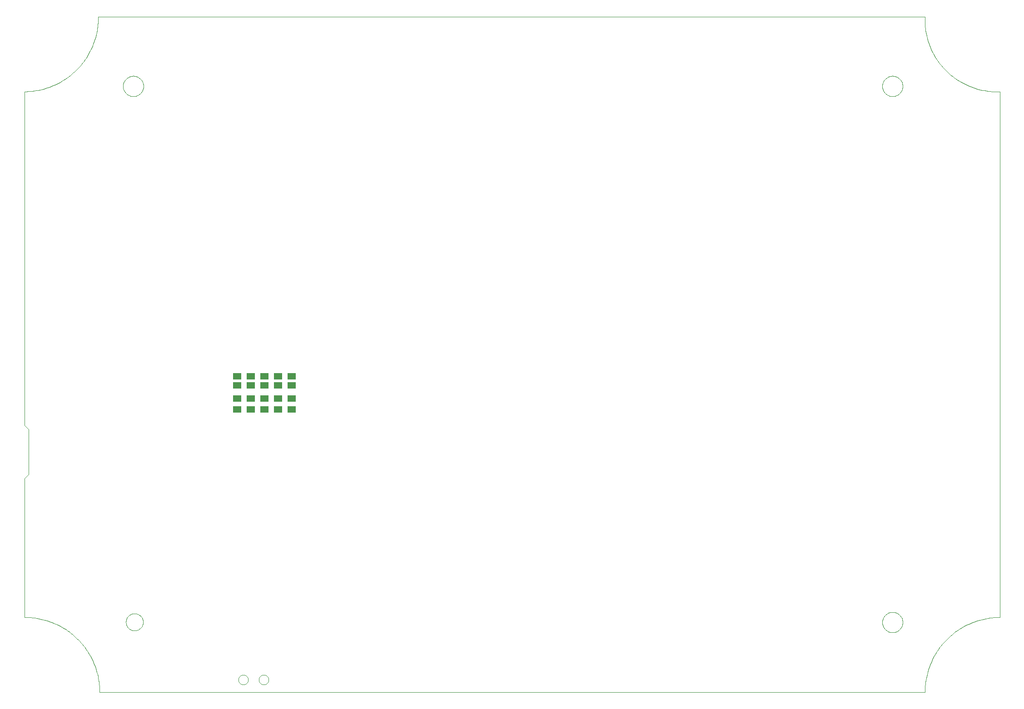
<source format=gbp>
G75*
%MOIN*%
%OFA0B0*%
%FSLAX24Y24*%
%IPPOS*%
%LPD*%
%AMOC8*
5,1,8,0,0,1.08239X$1,22.5*
%
%ADD10C,0.0000*%
%ADD11R,0.0591X0.0512*%
%ADD12R,0.0630X0.0512*%
D10*
X007949Y012893D02*
X007947Y013039D01*
X007941Y013186D01*
X007931Y013332D01*
X007918Y013478D01*
X007900Y013623D01*
X007879Y013768D01*
X007854Y013912D01*
X007825Y014056D01*
X007792Y014198D01*
X007755Y014340D01*
X007715Y014481D01*
X007671Y014620D01*
X007623Y014759D01*
X007571Y014896D01*
X007516Y015032D01*
X007457Y015166D01*
X007395Y015298D01*
X007329Y015429D01*
X007260Y015558D01*
X007188Y015685D01*
X007112Y015810D01*
X007032Y015933D01*
X006950Y016054D01*
X006864Y016173D01*
X006775Y016289D01*
X006683Y016403D01*
X006588Y016515D01*
X006490Y016624D01*
X006390Y016730D01*
X006286Y016834D01*
X006180Y016934D01*
X006071Y017032D01*
X005959Y017127D01*
X005845Y017219D01*
X005729Y017308D01*
X005610Y017394D01*
X005489Y017476D01*
X005366Y017556D01*
X005241Y017632D01*
X005114Y017704D01*
X004985Y017773D01*
X004854Y017839D01*
X004722Y017901D01*
X004588Y017960D01*
X004452Y018015D01*
X004315Y018067D01*
X004176Y018115D01*
X004037Y018159D01*
X003896Y018199D01*
X003754Y018236D01*
X003612Y018269D01*
X003468Y018298D01*
X003324Y018323D01*
X003179Y018344D01*
X003034Y018362D01*
X002888Y018375D01*
X002742Y018385D01*
X002595Y018391D01*
X002449Y018393D01*
X002449Y028593D01*
X002749Y028893D01*
X002749Y032193D01*
X002449Y032493D01*
X002428Y056993D01*
X002428Y056994D02*
X002573Y056997D01*
X002718Y057004D01*
X002863Y057015D01*
X003008Y057029D01*
X003152Y057048D01*
X003296Y057070D01*
X003439Y057096D01*
X003581Y057126D01*
X003722Y057160D01*
X003863Y057197D01*
X004002Y057238D01*
X004141Y057283D01*
X004278Y057331D01*
X004413Y057384D01*
X004548Y057439D01*
X004680Y057498D01*
X004811Y057561D01*
X004941Y057628D01*
X005068Y057697D01*
X005194Y057770D01*
X005318Y057847D01*
X005439Y057926D01*
X005559Y058009D01*
X005676Y058095D01*
X005791Y058184D01*
X005903Y058276D01*
X006013Y058371D01*
X006121Y058469D01*
X006225Y058570D01*
X006327Y058674D01*
X006427Y058780D01*
X006523Y058889D01*
X006617Y059000D01*
X006707Y059114D01*
X006794Y059230D01*
X006879Y059348D01*
X006960Y059469D01*
X007038Y059592D01*
X007112Y059716D01*
X007183Y059843D01*
X007251Y059972D01*
X007316Y060102D01*
X007376Y060234D01*
X007434Y060368D01*
X007487Y060503D01*
X007538Y060639D01*
X007584Y060777D01*
X007627Y060916D01*
X007666Y061056D01*
X007701Y061197D01*
X007733Y061339D01*
X007761Y061481D01*
X007785Y061625D01*
X007805Y061769D01*
X007821Y061913D01*
X007834Y062058D01*
X007842Y062203D01*
X007847Y062348D01*
X007848Y062494D01*
X007849Y062493D02*
X068499Y062493D01*
X068499Y062494D02*
X068495Y062350D01*
X068494Y062207D01*
X068498Y062064D01*
X068506Y061921D01*
X068517Y061778D01*
X068533Y061635D01*
X068552Y061493D01*
X068575Y061352D01*
X068602Y061211D01*
X068633Y061071D01*
X068667Y060932D01*
X068705Y060794D01*
X068747Y060657D01*
X068793Y060521D01*
X068842Y060387D01*
X068895Y060254D01*
X068952Y060122D01*
X069012Y059992D01*
X069076Y059864D01*
X069143Y059737D01*
X069213Y059612D01*
X069287Y059489D01*
X069364Y059369D01*
X069445Y059250D01*
X069528Y059134D01*
X069615Y059020D01*
X069705Y058908D01*
X069797Y058799D01*
X069893Y058692D01*
X069992Y058588D01*
X070093Y058487D01*
X070197Y058388D01*
X070304Y058292D01*
X070413Y058200D01*
X070525Y058110D01*
X070639Y058023D01*
X070755Y057940D01*
X070874Y057859D01*
X070994Y057782D01*
X071117Y057708D01*
X071242Y057638D01*
X071369Y057571D01*
X071497Y057507D01*
X071627Y057447D01*
X071759Y057390D01*
X071892Y057337D01*
X072026Y057288D01*
X072162Y057242D01*
X072299Y057200D01*
X072437Y057162D01*
X072576Y057128D01*
X072716Y057097D01*
X072857Y057070D01*
X072998Y057047D01*
X073140Y057028D01*
X073283Y057012D01*
X073426Y057001D01*
X073569Y056993D01*
X073712Y056989D01*
X073855Y056990D01*
X073999Y056994D01*
X073999Y056993D02*
X073999Y018393D01*
X073853Y018391D01*
X073706Y018385D01*
X073560Y018375D01*
X073414Y018362D01*
X073269Y018344D01*
X073124Y018323D01*
X072980Y018298D01*
X072836Y018269D01*
X072694Y018236D01*
X072552Y018199D01*
X072411Y018159D01*
X072272Y018115D01*
X072133Y018067D01*
X071996Y018015D01*
X071860Y017960D01*
X071726Y017901D01*
X071594Y017839D01*
X071463Y017773D01*
X071334Y017704D01*
X071207Y017632D01*
X071082Y017556D01*
X070959Y017476D01*
X070838Y017394D01*
X070719Y017308D01*
X070603Y017219D01*
X070489Y017127D01*
X070377Y017032D01*
X070268Y016934D01*
X070162Y016834D01*
X070058Y016730D01*
X069958Y016624D01*
X069860Y016515D01*
X069765Y016403D01*
X069673Y016289D01*
X069584Y016173D01*
X069498Y016054D01*
X069416Y015933D01*
X069336Y015810D01*
X069260Y015685D01*
X069188Y015558D01*
X069119Y015429D01*
X069053Y015298D01*
X068991Y015166D01*
X068932Y015032D01*
X068877Y014896D01*
X068825Y014759D01*
X068777Y014620D01*
X068733Y014481D01*
X068693Y014340D01*
X068656Y014198D01*
X068623Y014056D01*
X068594Y013912D01*
X068569Y013768D01*
X068548Y013623D01*
X068530Y013478D01*
X068517Y013332D01*
X068507Y013186D01*
X068501Y013039D01*
X068499Y012893D01*
X007949Y012893D01*
X009881Y018037D02*
X009883Y018087D01*
X009889Y018137D01*
X009899Y018186D01*
X009913Y018234D01*
X009930Y018281D01*
X009951Y018326D01*
X009976Y018370D01*
X010004Y018411D01*
X010036Y018450D01*
X010070Y018487D01*
X010107Y018521D01*
X010147Y018551D01*
X010189Y018578D01*
X010233Y018602D01*
X010279Y018623D01*
X010326Y018639D01*
X010374Y018652D01*
X010424Y018661D01*
X010473Y018666D01*
X010524Y018667D01*
X010574Y018664D01*
X010623Y018657D01*
X010672Y018646D01*
X010720Y018631D01*
X010766Y018613D01*
X010811Y018591D01*
X010854Y018565D01*
X010895Y018536D01*
X010934Y018504D01*
X010970Y018469D01*
X011002Y018431D01*
X011032Y018391D01*
X011059Y018348D01*
X011082Y018304D01*
X011101Y018258D01*
X011117Y018210D01*
X011129Y018161D01*
X011137Y018112D01*
X011141Y018062D01*
X011141Y018012D01*
X011137Y017962D01*
X011129Y017913D01*
X011117Y017864D01*
X011101Y017816D01*
X011082Y017770D01*
X011059Y017726D01*
X011032Y017683D01*
X011002Y017643D01*
X010970Y017605D01*
X010934Y017570D01*
X010895Y017538D01*
X010854Y017509D01*
X010811Y017483D01*
X010766Y017461D01*
X010720Y017443D01*
X010672Y017428D01*
X010623Y017417D01*
X010574Y017410D01*
X010524Y017407D01*
X010473Y017408D01*
X010424Y017413D01*
X010374Y017422D01*
X010326Y017435D01*
X010279Y017451D01*
X010233Y017472D01*
X010189Y017496D01*
X010147Y017523D01*
X010107Y017553D01*
X010070Y017587D01*
X010036Y017624D01*
X010004Y017663D01*
X009976Y017704D01*
X009951Y017748D01*
X009930Y017793D01*
X009913Y017840D01*
X009899Y017888D01*
X009889Y017937D01*
X009883Y017987D01*
X009881Y018037D01*
X018137Y013802D02*
X018139Y013839D01*
X018145Y013876D01*
X018154Y013911D01*
X018168Y013946D01*
X018184Y013979D01*
X018205Y014010D01*
X018228Y014039D01*
X018254Y014065D01*
X018283Y014088D01*
X018314Y014109D01*
X018347Y014125D01*
X018382Y014139D01*
X018417Y014148D01*
X018454Y014154D01*
X018491Y014156D01*
X018528Y014154D01*
X018565Y014148D01*
X018600Y014139D01*
X018635Y014125D01*
X018668Y014109D01*
X018699Y014088D01*
X018728Y014065D01*
X018754Y014039D01*
X018777Y014010D01*
X018798Y013979D01*
X018814Y013946D01*
X018828Y013911D01*
X018837Y013876D01*
X018843Y013839D01*
X018845Y013802D01*
X018843Y013765D01*
X018837Y013728D01*
X018828Y013693D01*
X018814Y013658D01*
X018798Y013625D01*
X018777Y013594D01*
X018754Y013565D01*
X018728Y013539D01*
X018699Y013516D01*
X018668Y013495D01*
X018635Y013479D01*
X018600Y013465D01*
X018565Y013456D01*
X018528Y013450D01*
X018491Y013448D01*
X018454Y013450D01*
X018417Y013456D01*
X018382Y013465D01*
X018347Y013479D01*
X018314Y013495D01*
X018283Y013516D01*
X018254Y013539D01*
X018228Y013565D01*
X018205Y013594D01*
X018184Y013625D01*
X018168Y013658D01*
X018154Y013693D01*
X018145Y013728D01*
X018139Y013765D01*
X018137Y013802D01*
X019633Y013802D02*
X019635Y013839D01*
X019641Y013876D01*
X019650Y013911D01*
X019664Y013946D01*
X019680Y013979D01*
X019701Y014010D01*
X019724Y014039D01*
X019750Y014065D01*
X019779Y014088D01*
X019810Y014109D01*
X019843Y014125D01*
X019878Y014139D01*
X019913Y014148D01*
X019950Y014154D01*
X019987Y014156D01*
X020024Y014154D01*
X020061Y014148D01*
X020096Y014139D01*
X020131Y014125D01*
X020164Y014109D01*
X020195Y014088D01*
X020224Y014065D01*
X020250Y014039D01*
X020273Y014010D01*
X020294Y013979D01*
X020310Y013946D01*
X020324Y013911D01*
X020333Y013876D01*
X020339Y013839D01*
X020341Y013802D01*
X020339Y013765D01*
X020333Y013728D01*
X020324Y013693D01*
X020310Y013658D01*
X020294Y013625D01*
X020273Y013594D01*
X020250Y013565D01*
X020224Y013539D01*
X020195Y013516D01*
X020164Y013495D01*
X020131Y013479D01*
X020096Y013465D01*
X020061Y013456D01*
X020024Y013450D01*
X019987Y013448D01*
X019950Y013450D01*
X019913Y013456D01*
X019878Y013465D01*
X019843Y013479D01*
X019810Y013495D01*
X019779Y013516D01*
X019750Y013539D01*
X019724Y013565D01*
X019701Y013594D01*
X019680Y013625D01*
X019664Y013658D01*
X019650Y013693D01*
X019641Y013728D01*
X019635Y013765D01*
X019633Y013802D01*
X065377Y018021D02*
X065379Y018076D01*
X065385Y018130D01*
X065395Y018184D01*
X065409Y018236D01*
X065426Y018288D01*
X065448Y018338D01*
X065473Y018387D01*
X065501Y018434D01*
X065533Y018478D01*
X065568Y018520D01*
X065606Y018559D01*
X065647Y018596D01*
X065690Y018629D01*
X065735Y018659D01*
X065783Y018686D01*
X065832Y018709D01*
X065883Y018729D01*
X065936Y018745D01*
X065989Y018757D01*
X066043Y018765D01*
X066098Y018769D01*
X066152Y018769D01*
X066207Y018765D01*
X066261Y018757D01*
X066314Y018745D01*
X066367Y018729D01*
X066418Y018709D01*
X066467Y018686D01*
X066515Y018659D01*
X066560Y018629D01*
X066603Y018596D01*
X066644Y018559D01*
X066682Y018520D01*
X066717Y018478D01*
X066749Y018434D01*
X066777Y018387D01*
X066802Y018338D01*
X066824Y018288D01*
X066841Y018236D01*
X066855Y018184D01*
X066865Y018130D01*
X066871Y018076D01*
X066873Y018021D01*
X066871Y017966D01*
X066865Y017912D01*
X066855Y017858D01*
X066841Y017806D01*
X066824Y017754D01*
X066802Y017704D01*
X066777Y017655D01*
X066749Y017608D01*
X066717Y017564D01*
X066682Y017522D01*
X066644Y017483D01*
X066603Y017446D01*
X066560Y017413D01*
X066515Y017383D01*
X066467Y017356D01*
X066418Y017333D01*
X066367Y017313D01*
X066314Y017297D01*
X066261Y017285D01*
X066207Y017277D01*
X066152Y017273D01*
X066098Y017273D01*
X066043Y017277D01*
X065989Y017285D01*
X065936Y017297D01*
X065883Y017313D01*
X065832Y017333D01*
X065783Y017356D01*
X065735Y017383D01*
X065690Y017413D01*
X065647Y017446D01*
X065606Y017483D01*
X065568Y017522D01*
X065533Y017564D01*
X065501Y017608D01*
X065473Y017655D01*
X065448Y017704D01*
X065426Y017754D01*
X065409Y017806D01*
X065395Y017858D01*
X065385Y017912D01*
X065379Y017966D01*
X065377Y018021D01*
X065377Y057391D02*
X065379Y057446D01*
X065385Y057500D01*
X065395Y057554D01*
X065409Y057606D01*
X065426Y057658D01*
X065448Y057708D01*
X065473Y057757D01*
X065501Y057804D01*
X065533Y057848D01*
X065568Y057890D01*
X065606Y057929D01*
X065647Y057966D01*
X065690Y057999D01*
X065735Y058029D01*
X065783Y058056D01*
X065832Y058079D01*
X065883Y058099D01*
X065936Y058115D01*
X065989Y058127D01*
X066043Y058135D01*
X066098Y058139D01*
X066152Y058139D01*
X066207Y058135D01*
X066261Y058127D01*
X066314Y058115D01*
X066367Y058099D01*
X066418Y058079D01*
X066467Y058056D01*
X066515Y058029D01*
X066560Y057999D01*
X066603Y057966D01*
X066644Y057929D01*
X066682Y057890D01*
X066717Y057848D01*
X066749Y057804D01*
X066777Y057757D01*
X066802Y057708D01*
X066824Y057658D01*
X066841Y057606D01*
X066855Y057554D01*
X066865Y057500D01*
X066871Y057446D01*
X066873Y057391D01*
X066871Y057336D01*
X066865Y057282D01*
X066855Y057228D01*
X066841Y057176D01*
X066824Y057124D01*
X066802Y057074D01*
X066777Y057025D01*
X066749Y056978D01*
X066717Y056934D01*
X066682Y056892D01*
X066644Y056853D01*
X066603Y056816D01*
X066560Y056783D01*
X066515Y056753D01*
X066467Y056726D01*
X066418Y056703D01*
X066367Y056683D01*
X066314Y056667D01*
X066261Y056655D01*
X066207Y056647D01*
X066152Y056643D01*
X066098Y056643D01*
X066043Y056647D01*
X065989Y056655D01*
X065936Y056667D01*
X065883Y056683D01*
X065832Y056703D01*
X065783Y056726D01*
X065735Y056753D01*
X065690Y056783D01*
X065647Y056816D01*
X065606Y056853D01*
X065568Y056892D01*
X065533Y056934D01*
X065501Y056978D01*
X065473Y057025D01*
X065448Y057074D01*
X065426Y057124D01*
X065409Y057176D01*
X065395Y057228D01*
X065385Y057282D01*
X065379Y057336D01*
X065377Y057391D01*
X009668Y057391D02*
X009670Y057446D01*
X009676Y057500D01*
X009686Y057554D01*
X009700Y057606D01*
X009717Y057658D01*
X009739Y057708D01*
X009764Y057757D01*
X009792Y057804D01*
X009824Y057848D01*
X009859Y057890D01*
X009897Y057929D01*
X009938Y057966D01*
X009981Y057999D01*
X010026Y058029D01*
X010074Y058056D01*
X010123Y058079D01*
X010174Y058099D01*
X010227Y058115D01*
X010280Y058127D01*
X010334Y058135D01*
X010389Y058139D01*
X010443Y058139D01*
X010498Y058135D01*
X010552Y058127D01*
X010605Y058115D01*
X010658Y058099D01*
X010709Y058079D01*
X010758Y058056D01*
X010806Y058029D01*
X010851Y057999D01*
X010894Y057966D01*
X010935Y057929D01*
X010973Y057890D01*
X011008Y057848D01*
X011040Y057804D01*
X011068Y057757D01*
X011093Y057708D01*
X011115Y057658D01*
X011132Y057606D01*
X011146Y057554D01*
X011156Y057500D01*
X011162Y057446D01*
X011164Y057391D01*
X011162Y057336D01*
X011156Y057282D01*
X011146Y057228D01*
X011132Y057176D01*
X011115Y057124D01*
X011093Y057074D01*
X011068Y057025D01*
X011040Y056978D01*
X011008Y056934D01*
X010973Y056892D01*
X010935Y056853D01*
X010894Y056816D01*
X010851Y056783D01*
X010806Y056753D01*
X010758Y056726D01*
X010709Y056703D01*
X010658Y056683D01*
X010605Y056667D01*
X010552Y056655D01*
X010498Y056647D01*
X010443Y056643D01*
X010389Y056643D01*
X010334Y056647D01*
X010280Y056655D01*
X010227Y056667D01*
X010174Y056683D01*
X010123Y056703D01*
X010074Y056726D01*
X010026Y056753D01*
X009981Y056783D01*
X009938Y056816D01*
X009897Y056853D01*
X009859Y056892D01*
X009824Y056934D01*
X009792Y056978D01*
X009764Y057025D01*
X009739Y057074D01*
X009717Y057124D01*
X009700Y057176D01*
X009686Y057228D01*
X009676Y057282D01*
X009670Y057336D01*
X009668Y057391D01*
D11*
X018049Y036078D03*
X018049Y035409D03*
X019049Y035409D03*
X019049Y036078D03*
X020049Y036078D03*
X020049Y035409D03*
X021049Y035409D03*
X021049Y036078D03*
X022049Y036078D03*
X022049Y035409D03*
D12*
X022049Y034437D03*
X022049Y033650D03*
X021049Y033650D03*
X021049Y034437D03*
X020049Y034437D03*
X020049Y033650D03*
X019049Y033650D03*
X019049Y034437D03*
X018049Y034437D03*
X018049Y033650D03*
M02*

</source>
